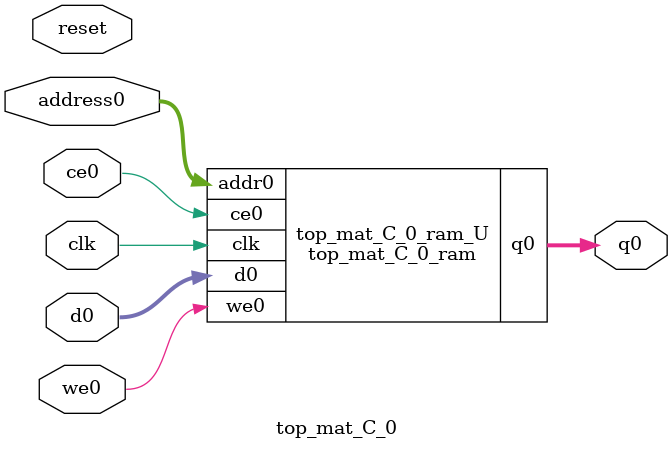
<source format=v>
`timescale 1 ns / 1 ps
module top_mat_C_0_ram (addr0, ce0, d0, we0, q0,  clk);

parameter DWIDTH = 16;
parameter AWIDTH = 14;
parameter MEM_SIZE = 12207;

input[AWIDTH-1:0] addr0;
input ce0;
input[DWIDTH-1:0] d0;
input we0;
output reg[DWIDTH-1:0] q0;
input clk;

reg [DWIDTH-1:0] ram[0:MEM_SIZE-1];




always @(posedge clk)  
begin 
    if (ce0) begin
        if (we0) 
            ram[addr0] <= d0; 
        q0 <= ram[addr0];
    end
end


endmodule

`timescale 1 ns / 1 ps
module top_mat_C_0(
    reset,
    clk,
    address0,
    ce0,
    we0,
    d0,
    q0);

parameter DataWidth = 32'd16;
parameter AddressRange = 32'd12207;
parameter AddressWidth = 32'd14;
input reset;
input clk;
input[AddressWidth - 1:0] address0;
input ce0;
input we0;
input[DataWidth - 1:0] d0;
output[DataWidth - 1:0] q0;



top_mat_C_0_ram top_mat_C_0_ram_U(
    .clk( clk ),
    .addr0( address0 ),
    .ce0( ce0 ),
    .we0( we0 ),
    .d0( d0 ),
    .q0( q0 ));

endmodule


</source>
